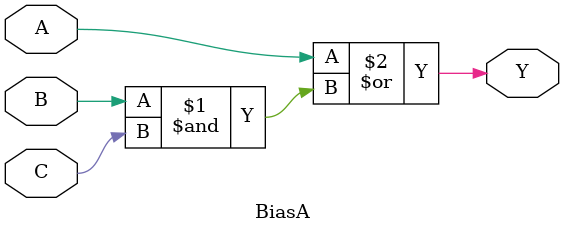
<source format=v>
`timescale 1ns / 1ps


module BiasA(
output Y,
input A,B,C
    );
    wire W1;
//    AND A1(W1, B, C);
//    OR O1(Y, A, W1);
    assign #1 Y = (A | (B&C));
endmodule
</source>
